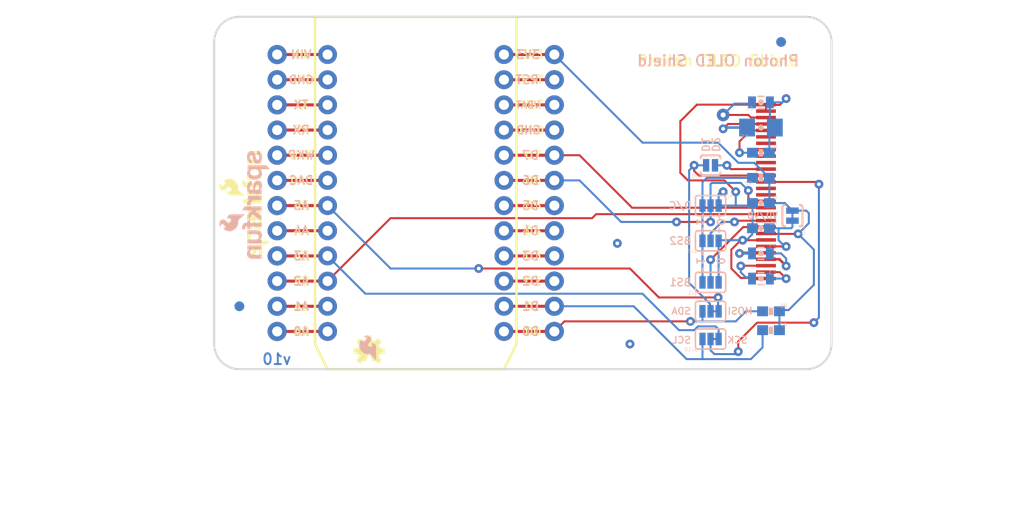
<source format=kicad_pcb>
(kicad_pcb (version 20211014) (generator pcbnew)
  (layers (0 "F.Cu" signal) (31 "B.Cu" signal) (34 "B.Paste" user) (35 "F.Paste" user) (36 "B.SilkS" user "B.Silkscreen") (37 "F.SilkS" user "F.Silkscreen") (38 "B.Mask" user) (39 "F.Mask" user) (44 "Edge.Cuts" user))
  (net 0 "")
  (net 1 "GND")
  (net 2 "BS1")
  (net 3 "BS2")
  (net 4 "VDD")
  (net 5 "VCOMH")
  (net 6 "IREF")
  (net 7 "D7")
  (net 8 "D6")
  (net 9 "D5")
  (net 10 "D4")
  (net 11 "D2")
  (net 12 "D1/MOSI")
  (net 13 "D0/SCK")
  (net 14 "RESET")
  (net 15 "C2P")
  (net 16 "C2N")
  (net 17 "C1P")
  (net 18 "C1N")
  (net 19 "VBAT")
  (net 20 "VCC")
  (net 21 "VDD_PU")
  (net 22 "D1/SCL")
  (net 23 "D0/SDA")
  (net 24 "MOSI")
  (net 25 "MISO")
  (net 26 "SCK")
  (net 27 "SS")
  (net 28 "D2/MISO")
  (net 29 "VBAT_PHOTON")
  (net 30 "D3")
  (footprint "boardEagle:OSHW-LOGO-S" (layer "F.Cu") (at 133.0071 120.9421)
    (fp_text reference "LOGO3" hide)
    (fp_text value "OSHW-LOGOS" hide)
  )
  (footprint "boardEagle:PAD.03X.05" (layer "F.Cu") (at 168.6941 97.1296 90)
    (fp_text reference "TP2" hide)
    (fp_text value "TEST-POINT3X5" hide)
    (pad "P$1" smd roundrect (at 0 0 90) (size 1.27 1.27) (layers "F.Cu" "F.Mask") (roundrect_rratio 0.5) (net 20 "VCC"))
  )
  (footprint "boardEagle:SPARK_PHOTON_TEMPLATE_WIDE" (layer "F.Cu") (at 127.5461 122.7836)
    (fp_text reference "JP3" hide)
    (fp_text value "SPARK_PHOTONTEMPLATE_WIDE" hide)
    (fp_text user "TX" (at -1.397 -26.67) (layer "B.SilkS") (effects (font (size 0.8636 0.8636) (thickness 0.1524)) (justify mirror)))
    (fp_text user "VBAT" (at 21.463 -26.67) (layer "B.SilkS") (effects (font (size 0.69088 0.69088) (thickness 0.12192)) (justify mirror)))
    (fp_text user "RST" (at 21.3995 -29.21) (layer "B.SilkS") (effects (font (size 0.8636 0.8636) (thickness 0.1524)) (justify mirror)))
    (fp_text user "RX" (at -1.397 -24.13) (layer "B.SilkS") (effects (font (size 0.8636 0.8636) (thickness 0.1524)) (justify mirror)))
    (fp_text user "D1" (at 21.717 -6.35) (layer "B.SilkS") (effects (font (size 0.8636 0.8636) (thickness 0.1524)) (justify mirror)))
    (fp_text user "A2" (at -1.397 -8.89) (layer "B.SilkS") (effects (font (size 0.8636 0.8636) (thickness 0.1524)) (justify mirror)))
    (fp_text user "A0" (at -1.397 -3.81) (layer "B.SilkS") (effects (font (size 0.8636 0.8636) (thickness 0.1524)) (justify mirror)))
    (fp_text user "D7" (at 21.717 -21.59) (layer "B.SilkS") (effects (font (size 0.8636 0.8636) (thickness 0.1524)) (justify mirror)))
    (fp_text user "A1" (at -1.397 -6.35) (layer "B.SilkS") (effects (font (size 0.8636 0.8636) (thickness 0.1524)) (justify mirror)))
    (fp_text user "A5" (at -1.397 -16.51) (layer "B.SilkS") (effects (font (size 0.8636 0.8636) (thickness 0.1524)) (justify mirror)))
    (fp_text user "GND" (at -1.397 -29.21) (layer "B.SilkS") (effects (font (size 0.82042 0.82042) (thickness 0.14478)) (justify mirror)))
    (fp_text user "D4" (at 21.717 -13.97) (layer "B.SilkS") (effects (font (size 0.8636 0.8636) (thickness 0.1524)) (justify mirror)))
    (fp_text user "A4" (at -1.397 -13.97) (layer "B.SilkS") (effects (font (size 0.8636 0.8636) (thickness 0.1524)) (justify mirror)))
    (fp_text user "A3" (at -1.397 -11.43) (layer "B.SilkS") (effects (font (size 0.8636 0.8636) (thickness 0.1524)) (justify mirror)))
    (fp_text user "D6" (at 21.717 -19.05) (layer "B.SilkS") (effects (font (size 0.8636 0.8636) (thickness 0.1524)) (justify mirror)))
    (fp_text user "D5" (at 21.717 -16.51) (layer "B.SilkS") (effects (font (size 0.8636 0.8636) (thickness 0.1524)) (justify mirror)))
    (fp_text user "GND" (at 21.5265 -24.13) (layer "B.SilkS") (effects (font (size 0.82042 0.82042) (thickness 0.14478)) (justify mirror)))
    (fp_text user "WKP" (at -1.397 -21.59) (layer "B.SilkS") (effects (font (size 0.8636 0.8636) (thickness 0.1524)) (justify mirror)))
    (fp_text user "D2" (at 21.717 -8.89) (layer "B.SilkS") (effects (font (size 0.8636 0.8636) (thickness 0.1524)) (justify mirror)))
    (fp_text user "DAC" (at -1.397 -19.05) (layer "B.SilkS") (effects (font (size 0.8636 0.8636) (thickness 0.1524)) (justify mirror)))
    (fp_text user "D3" (at 21.717 -11.43) (layer "B.SilkS") (effects (font (size 0.8636 0.8636) (thickness 0.1524)) (justify mirror)))
    (fp_text user "D0" (at 21.717 -3.81) (layer "B.SilkS") (effects (font (size 0.8636 0.8636) (thickness 0.1524)) (justify mirror)))
    (fp_text user "3V3" (at 21.463 -31.75) (layer "B.SilkS") (effects (font (size 0.8636 0.8636) (thickness 0.1524)) (justify mirror)))
    (fp_text user "VIN" (at -1.397 -31.75) (layer "B.SilkS") (effects (font (size 0.8636 0.8636) (thickness 0.1524)) (justify mirror)))
    (fp_text user "3V3" (at 21.844 -31.75) (layer "F.SilkS") (effects (font (size 0.82042 0.82042) (thickness 0.14478))))
    (fp_text user "D0" (at 21.971 -3.81) (layer "F.SilkS") (effects (font (size 0.8636 0.8636) (thickness 0.1524))))
    (fp_text user "GND" (at 21.844 -24.13) (layer "F.SilkS") (effects (font (size 0.82042 0.82042) (thickness 0.14478))))
    (fp_text user "VBT" (at 21.9075 -26.67) (layer "F.SilkS") (effects (font (size 0.82042 0.82042) (thickness 0.14478))))
    (fp_text user "WKP" (at -1.3335 -21.59) (layer "F.SilkS") (effects (font (size 0.82042 0.82042) (thickness 0.14478))))
    (fp_text user "VIN" (at -1.3335 -31.75) (layer "F.SilkS") (effects (font (size 0.82042 0.82042) (thickness 0.14478))))
    (fp_text user "RX" (at -1.3335 -24.13) (layer "F.SilkS") (effects (font (size 0.8636 0.8636) (thickness 0.1524))))
    (fp_text user "A3" (at -1.3335 -11.43) (layer "F.SilkS") (effects (font (size 0.8636 0.8636) (thickness 0.1524))))
    (fp_text user "DAC" (at -1.3335 -19.05) (layer "F.SilkS") (effects (font (size 0.82042 0.82042) (thickness 0.14478))))
    (fp_text user "D5" (at 21.971 -16.51) (layer "F.SilkS") (effects (font (size 0.8636 0.8636) (thickness 0.1524))))
    (fp_text user "RST" (at 21.9075 -29.21) (layer "F.SilkS") (effects (font (size 0.82042 0.82042) (thickness 0.14478))))
    (fp_text user "D2" (at 21.971 -8.89) (layer "F.SilkS") (effects (font (size 0.8636 0.8636) (thickness 0.1524))))
    (fp_text user "A2" (at -1.3335 -8.89) (layer "F.SilkS") (effects (font (size 0.8636 0.8636) (thickness 0.1524))))
    (fp_text user "A1" (at -1.3335 -6.35) (layer "F.SilkS") (effects (font (size 0.8636 0.8636) (thickness 0.1524))))
    (fp_text user "D3" (at 21.971 -11.43) (layer "F.SilkS") (effects (font (size 0.8636 0.8636) (thickness 0.1524))))
    (fp_text user "A5" (at -1.3335 -16.51) (layer "F.SilkS") (effects (font (size 0.8636 0.8636) (thickness 0.1524))))
    (fp_text user "TX" (at -1.3335 -26.67) (layer "F.SilkS") (effects (font (size 0.8636 0.8636) (thickness 0.1524))))
    (fp_text user "D4" (at 21.971 -13.97) (layer "F.SilkS") (effects (font (size 0.8636 0.8636) (thickness 0.1524))))
    (fp_text user "D1" (at 21.971 -6.35) (layer "F.SilkS") (effects (font (size 0.8636 0.8636) (thickness 0.1524))))
    (fp_text user "D6" (at 21.971 -19.05) (layer "F.SilkS") (effects (font (size 0.8636 0.8636) (thickness 0.1524))))
    (fp_text user "A4" (at -1.3335 -13.97) (layer "F.SilkS") (effects (font (size 0.8636 0.8636) (thickness 0.1524))))
    (fp_text user "D7" (at 21.971 -21.59) (layer "F.SilkS") (effects (font (size 0.8636 0.8636) (thickness 0.1524))))
    (fp_text user "A0" (at -1.3335 -3.81) (layer "F.SilkS") (effects (font (size 0.8636 0.8636) (thickness 0.1524))))
    (fp_text user "GND" (at -1.3335 -29.21) (layer "F.SilkS") (effects (font (size 0.82042 0.82042) (thickness 0.14478))))
    (fp_line (start 19.05 -11.43) (end 24.13 -11.43) (layer "F.Cu") (width 0.3048))
    (fp_line (start 19.05 -26.67) (end 24.13 -26.67) (layer "F.Cu") (width 0.3048))
    (fp_line (start 19.05 -6.35) (end 24.13 -6.35) (layer "F.Cu") (width 0.3048))
    (fp_line (start -3.81 -21.59) (end 1.27 -21.59) (layer "F.Cu") (width 0.3048))
    (fp_line (start -3.81 -8.89) (end 1.27 -8.89) (layer "F.Cu") (width 0.3048))
    (fp_line (start -3.81 -11.43) (end 1.27 -11.43) (layer "F.Cu") (width 0.3048))
    (fp_line (start -3.81 -6.35) (end 1.27 -6.35) (layer "F.Cu") (width 0.3048))
    (fp_line (start 19.05 -13.97) (end 24.13 -13.97) (layer "F.Cu") (width 0.3048))
    (fp_line (start 19.05 -16.51) (end 24.13 -16.51) (layer "F.Cu") (width 0.3048))
    (fp_line (start 19.05 -3.81) (end 24.13 -3.81) (layer "F.Cu") (width 0.3048))
    (fp_line (start 1.27 -29.21) (end -3.81 -29.21) (layer "F.Cu") (width 0.3048))
    (fp_line (start -3.81 -24.13) (end 1.27 -24.13) (layer "F.Cu") (width 0.3048))
    (fp_line (start -3.81 -31.75) (end 1.27 -31.75) (layer "F.Cu") (width 0.3048))
    (fp_line (start -3.81 -16.51) (end 1.27 -16.51) (layer "F.Cu") (width 0.3048))
    (fp_line (start 19.05 -31.75) (end 24.13 -31.75) (layer "F.Cu") (width 0.3048))
    (fp_line (start 19.05 -24.13) (end 24.13 -24.13) (layer "F.Cu") (width 0.3048))
    (fp_line (start -3.81 -26.67) (end 1.27 -26.67) (layer "F.Cu") (width 0.3048))
    (fp_line (start -3.81 -13.97) (end 1.27 -13.97) (layer "F.Cu") (width 0.3048))
    (fp_line (start 19.05 -8.89) (end 24.13 -8.89) (layer "F.Cu") (width 0.3048))
    (fp_line (start 19.05 -19.05) (end 24.13 -19.05) (layer "F.Cu") (width 0.3048))
    (fp_line (start 19.05 -29.21) (end 24.13 -29.21) (layer "F.Cu") (width 0.3048))
    (fp_line (start 19.05 -21.59) (end 24.13 -21.59) (layer "F.Cu") (width 0.3048))
    (fp_line (start -3.81 -19.05) (end 1.27 -19.05) (layer "F.Cu") (width 0.3048))
    (fp_line (start -3.81 -3.81) (end 1.27 -3.81) (layer "F.Cu") (width 0.3048))
    (pad "" np_thru_hole circle (at 27.94 -33.02) (size 3.302 3.302) (drill 3.302) (layers *.Cu *.Mask))
    (pad "" np_thru_hole circle (at -7.62 -2.54) (size 3.302 3.302) (drill 3.302) (layers *.Cu *.Mask))
    (pad "" np_thru_hole circle (at 27.94 -2.54) (size 3.302 3.302) (drill 3.302) (layers *.Cu *.Mask))
    (pad "" np_thru_hole circle (at -7.62 -33.02) (size 3.302 3.302) (drill 3.302) (layers *.Cu *.Mask))
    (pad "1" thru_hole circle (at 1.27 -31.75) (size 1.905 1.905) (drill 1.016) (layers *.Cu *.Mask))
    (pad "2" thru_hole circle (at 1.27 -29.21) (size 1.905 1.905) (drill 1.016) (layers *.Cu *.Mask) (net 1 "GND"))
    (pad "3" thru_hole circle (at 1.27 -26.67) (size 1.905 1.905) (drill 1.016) (layers *.Cu *.Mask))
    (pad "3V3" thru_hole circle (at 24.13 -31.75 0.1) (size 1.9304 1.9304) (drill 1.016) (layers *.Cu *.Mask) (net 4 "VDD"))
    (pad "4" thru_hole circle (at 1.27 -24.13) (size 1.905 1.905) (drill 1.016) (layers *.Cu *.Mask))
    (pad "5" thru_hole circle (at 1.27 -21.59) (size 1.905 1.905) (drill 1.016) (layers *.Cu *.Mask))
    (pad "6" thru_hole circle (at 1.27 -19.05) (size 1.905 1.905) (drill 1.016) (layers *.Cu *.Mask))
    (pad "7" thru_hole circle (at 1.27 -16.51) (size 1.905 1.905) (drill 1.016) (layers *.Cu *.Mask) (net 24 "MOSI"))
    (pad "8" thru_hole circle (at 1.27 -13.97) (size 1.905 1.905) (drill 1.016) (layers *.Cu *.Mask) (net 25 "MISO"))
    (pad "9" thru_hole circle (at 1.27 -11.43) (size 1.905 1.905) (drill 1.016) (layers *.Cu *.Mask) (net 26 "SCK"))
    (pad "10" thru_hole circle (at 1.27 -8.89) (size 1.905 1.905) (drill 1.016) (layers *.Cu *.Mask) (net 27 "SS"))
    (pad "11" thru_hole circle (at 1.27 -6.35) (size 1.905 1.905) (drill 1.016) (layers *.Cu *.Mask))
    (pad "12" thru_hole circle (at 1.27 -3.81) (size 1.905 1.905) (drill 1.016) (layers *.Cu *.Mask))
    (pad "13" thru_hole circle (at 19.05 -3.81) (size 1.905 1.905) (drill 1.016) (layers *.Cu *.Mask) (net 23 "D0/SDA"))
    (pad "14" thru_hole circle (at 19.05 -6.35) (size 1.905 1.905) (drill 1.016) (layers *.Cu *.Mask) (net 22 "D1/SCL"))
    (pad "15" thru_hole circle (at 19.05 -8.89) (size 1.905 1.905) (drill 1.016) (layers *.Cu *.Mask) (net 11 "D2"))
    (pad "16" thru_hole circle (at 19.05 -11.43) (size 1.905 1.905) (drill 1.016) (layers *.Cu *.Mask) (net 30 "D3"))
    (pad "17" thru_hole circle (at 19.05 -13.97) (size 1.905 1.905) (drill 1.016) (layers *.Cu *.Mask) (net 10 "D4"))
    (pad "18" thru_hole circle (at 19.05 -16.51) (size 1.905 1.905) (drill 1.016) (layers *.Cu *.Mask) (net 9 "D5"))
    (pad "19" thru_hole circle (at 19.05 -19.05) (size 1.905 1.905) (drill 1.016) (layers *.Cu *.Mask) (net 8 "D6"))
    (pad "20" thru_hole circle (at 19.05 -21.59) (size 1.905 1.905) (drill 1.016) (layers *.Cu *.Mask) (net 7 "D7"))
    (pad "21" thru_hole circle (at 19.05 -24.13) (size 1.905 1.905) (drill 1.016) (layers *.Cu *.Mask) (net 1 "GND"))
    (pad "22" thru_hole circle (at 19.05 -26.67) (size 1.905 1.905) (drill 1.016) (layers *.Cu *.Mask) (net 29 "VBAT_PHOTON"))
    (pad "23" thru_hole circle (at 19.05 -29.21) (size 1.905 1.905) (drill 1.016) (layers *.Cu *.Mask) (net 14 "RESET"))
    (pad "24" thru_hole circle (at 19.05 -31.75) (size 1.905 1.905) (drill 1.016) (layers *.Cu *.Mask) (net 4 "VDD"))
    (pad "A0" thru_hole circle (at -3.81 -3.81 0.1) (size 1.9304 1.9304) (drill 1.016) (layers *.Cu *.Mask))
    (pad "A1" thru_hole circle (at -3.81 -6.35 0.1) (size 1.9304 1.9304) (drill 1.016) (layers *.Cu *.Mask))
    (pad "A2" thru_hole circle (at -3.81 -8.89 0.1) (size 1.9304 1.9304) (drill 1.016) (layers *.Cu *.Mask) (net 27 "SS"))
    (pad "A3" thru_hole circle (at -3.81 -11.43 0.1) (size 1.9304 1.9304) (drill 1.016) (layers *.Cu *.Mask) (net 26 "SCK"))
    (pad "A4" thru_hole circle (at -3.81 -13.97 0.1) (size 1.9304 1.9304) (drill 1.016) (layers *.Cu *.Mask) (net 25 "MISO"))
    (pad "A5" thru_hole circle (at -3.81 -16.51 0.1) (size 1.9304 1.9304) (drill 1.016) (layers *.Cu *.Mask) (net 24 "MOSI"))
    (pad "D0" thru_hole circle (at 24.13 -3.81 0.1) (size 1.9304 1.9304) (drill 1.016) (layers *.Cu *.Mask) (net 23 "D0/SDA"))
    (pad "D1" thru_hole circle (at 24.13 -6.35 0.1) (size 1.9304 1.9304) (drill 1.016) (layers *.Cu *.Mask) (net 22 "D1/SCL"))
    (pad "D2" thru_hole circle (at 24.13 -8.89 0.1) (size 1.9304 1.9304) (drill 1.016) (layers *.Cu *.Mask) (net 11 "D2"))
    (pad "D3" thru_hole circle (at 24.13 -11.43 0.1) (size 1.9304 1.9304) (drill 1.016) (layers *.Cu *.Mask) (net 30 "D3"))
    (pad "D4" thru_hole circle (at 24.13 -13.97 0.1) (size 1.9304 1.9304) (drill 1.016) (layers *.Cu *.Mask) (net 10 "D4"))
    (pad "D5" thru_hole circle (at 24.13 -16.51 0.1) (size 1.9304 1.9304) (drill 1.016) (layers *.Cu *.Mask) (net 9 "D5"))
    (pad "D6" thru_hole circle (at 24.13 -19.05 0.1) (size 1.9304 1.9304) (drill 1.016) (layers *.Cu *.Mask) (net 8 "D6"))
    (pad "D7" thru_hole circle (at 24.13 -21.59 0.1) (size 1.9304 1.9304) (drill 1.016) (layers *.Cu *.Mask) (net 7 "D7"))
    (pad "DAC" thru_hole circle (at -3.81 -19.05 0.1) (size 1.9304 1.9304) (drill 1.016) (layers *.Cu *.Mask))
    (pad "GND@0" thru_hole circle (at -3.81 -29.21 0.1) (size 1.9304 1.9304) (drill 1.016) (layers *.Cu *.Mask) (net 1 "GND"))
    (pad "GND@2" thru_hole circle (at 24.13 -24.13 0.1) (size 1.9304 1.9304) (drill 1.016) (layers *.Cu *.Mask) (net 1 "GND"))
    (pad "RST" thru_hole circle (at 24.13 -29.21 0.1) (size 1.9304 1.9304) (drill 1.016) (layers *.Cu *.Mask) (net 14 "RESET"))
    (pad "RX" thru_hole circle (at -3.81 -24.13 0.1) (size 1.9304 1.9304) (drill 1.016) (layers *.Cu *.Mask))
    (pad "TX" thru_hole circle (at -3.81 -26.67 0.1) (size 1.9304 1.9304) (drill 1.016) (layers *.Cu *.Mask))
    (pad "VBAT" thru_hole circle (at 24.13 -26.67 0.1) (size 1.9304 1.9304) (drill 1.016) (layers *.Cu *.Mask) (net 29 "VBAT_PHOTON"))
    (pad "VIN" thru_hole circle (at -3.81 -31.75 0.1) (size 1.9304 1.9304) (drill 1.016) (layers *.Cu *.Mask))
    (pad "WKP" thru_hole circle (at -3.81 -21.59 0.1) (size 1.9304 1.9304) (drill 1.016) (layers *.Cu *.Mask))
  )
  (footprint "boardEagle:SFE_LOGO_NAME_FLAME_.1" (layer "F.Cu") (at 123.1011 112.1156 90)
    (fp_text reference "LOGO1" hide)
    (fp_text value "SFE_LOGO_NAME_FLAME.1_INCH" hide)
  )
  (footprint "boardEagle:CREATIVE_COMMONS" (layer "F.Cu") (at 116.1161 138.0236)
    (fp_text reference "FRAME1" hide)
    (fp_text value "" hide)
  )
  (footprint "boardEagle:OLED-0.66-64X48" (layer "F.Cu") (at 173.0121 113.6396 90)
    (fp_text reference "OLED1" hide)
    (fp_text value "OLED0.66" hide)
    (pad "" np_thru_hole circle (at 0.4 3.4 90) (size 0.8 0.8) (drill 0.8) (layers *.Cu *.Mask))
    (pad "" np_thru_hole circle (at 17.15 3.4 90) (size 0.8 0.8) (drill 0.8) (layers *.Cu *.Mask))
    (pad "1" smd rect (at 0 0 90) (size 0.35 2) (layers "F.Cu" "F.Paste" "F.Mask") (net 1 "GND"))
    (pad "2" smd rect (at 0.65 0 90) (size 0.35 2) (layers "F.Cu" "F.Paste" "F.Mask") (net 15 "C2P"))
    (pad "3" smd rect (at 1.3 0 90) (size 0.35 2) (layers "F.Cu" "F.Paste" "F.Mask") (net 16 "C2N"))
    (pad "4" smd rect (at 1.95 0 90) (size 0.35 2) (layers "F.Cu" "F.Paste" "F.Mask") (net 17 "C1P"))
    (pad "5" smd rect (at 2.6 0 90) (size 0.35 2) (layers "F.Cu" "F.Paste" "F.Mask") (net 18 "C1N"))
    (pad "6" smd rect (at 3.25 0 90) (size 0.35 2) (layers "F.Cu" "F.Paste" "F.Mask") (net 19 "VBAT"))
    (pad "7" smd rect (at 3.9 0 90) (size 0.35 2) (layers "F.Cu" "F.Paste" "F.Mask") (net 1 "GND"))
    (pad "8" smd rect (at 4.55 0 90) (size 0.35 2) (layers "F.Cu" "F.Paste" "F.Mask") (net 4 "VDD"))
    (pad "9" smd rect (at 5.2 0 90) (size 0.35 2) (layers "F.Cu" "F.Paste" "F.Mask") (net 2 "BS1"))
    (pad "10" smd rect (at 5.85 0 90) (size 0.35 2) (layers "F.Cu" "F.Paste" "F.Mask") (net 3 "BS2"))
    (pad "11" smd rect (at 6.5 0 90) (size 0.35 2) (layers "F.Cu" "F.Paste" "F.Mask") (net 27 "SS"))
    (pad "12" smd rect (at 7.15 0 90) (size 0.35 2) (layers "F.Cu" "F.Paste" "F.Mask") (net 7 "D7"))
    (pad "13" smd rect (at 7.8 0 90) (size 0.35 2) (layers "F.Cu" "F.Paste" "F.Mask") (net 8 "D6"))
    (pad "14" smd rect (at 8.45 0 90) (size 0.35 2) (layers "F.Cu" "F.Paste" "F.Mask"))
    (pad "15" smd rect (at 9.1 0 90) (size 0.35 2) (layers "F.Cu" "F.Paste" "F.Mask"))
    (pad "16" smd rect (at 9.75 0 90) (size 0.35 2) (layers "F.Cu" "F.Paste" "F.Mask") (net 13 "D0/SCK"))
    (pad "17" smd rect (at 10.4 0 90) (size 0.35 2) (layers "F.Cu" "F.Paste" "F.Mask") (net 12 "D1/MOSI"))
    (pad "18" smd rect (at 11.05 0 90) (size 0.35 2) (layers "F.Cu" "F.Paste" "F.Mask") (net 28 "D2/MISO"))
    (pad "19" smd rect (at 11.7 0 90) (size 0.35 2) (layers "F.Cu" "F.Paste" "F.Mask"))
    (pad "20" smd rect (at 12.35 0 90) (size 0.35 2) (layers "F.Cu" "F.Paste" "F.Mask"))
    (pad "21" smd rect (at 13 0 90) (size 0.35 2) (layers "F.Cu" "F.Paste" "F.Mask"))
    (pad "22" smd rect (at 13.65 0 90) (size 0.35 2) (layers "F.Cu" "F.Paste" "F.Mask"))
    (pad "23" smd rect (at 14.3 0 90) (size 0.35 2) (layers "F.Cu" "F.Paste" "F.Mask"))
    (pad "24" smd rect (at 14.95 0 90) (size 0.35 2) (layers "F.Cu" "F.Paste" "F.Mask") (net 6 "IREF"))
    (pad "25" smd rect (at 15.6 0 90) (size 0.35 2) (layers "F.Cu" "F.Paste" "F.Mask") (net 5 "VCOMH"))
    (pad "26" smd rect (at 16.25 0 90) (size 0.35 2) (layers "F.Cu" "F.Paste" "F.Mask") (net 20 "VCC"))
    (pad "27" smd rect (at 16.9 0 90) (size 0.35 2) (layers "F.Cu" "F.Paste" "F.Mask") (net 1 "GND"))
    (pad "28" smd rect (at 17.55 0 90) (size 0.35 2) (layers "F.Cu" "F.Paste" "F.Mask") (net 1 "GND"))
  )
  (footprint "boardEagle:PAD-JUMPER-3-2OF3_NC_BY_TRACE_YES_SILK_FULL_BOX" (layer "B.Cu") (at 167.4241 116.9416)
    (fp_text reference "SJ8" (at -1.27 1.27 180) (layer "B.SilkS") (effects (font (size 0.373888 0.373888) (thickness 0.032512)) (justify left bottom mirror)))
    (fp_text value "")
    (fp_line (start 0 0) (end 0.635 0) (layer "B.Cu") (width 0.2032))
    (pad "1" smd rect (at -0.8128 0) (size 0.635 1.27) (layers "B.Cu" "B.Mask") (net 23 "D0/SDA"))
    (pad "2" smd rect (at 0 0) (size 0.635 1.27) (layers "B.Cu" "B.Mask") (net 12 "D1/MOSI"))
    (pad "3" smd rect (at 0.8128 0) (size 0.635 1.27) (layers "B.Cu" "B.Mask") (net 24 "MOSI"))
  )
  (footprint "boardEagle:0603-RES" (layer "B.Cu") (at 172.5041 100.9396 180)
    (fp_text reference "R1" (at -0.889 0.762) (layer "B.SilkS") (effects (font (size 0.373888 0.373888) (thickness 0.032512)) (justify right top mirror)))
    (fp_text value "390k")
    (pad "1" smd rect (at -0.85 0 180) (size 1.1 1) (layers "B.Cu" "B.Paste" "B.Mask") (net 1 "GND"))
    (pad "2" smd rect (at 0.85 0 180) (size 1.1 1) (layers "B.Cu" "B.Paste" "B.Mask") (net 6 "IREF"))
  )
  (footprint "boardEagle:0805-CAP" (layer "B.Cu") (at 172.5041 113.6396 180)
    (fp_text reference "C3" (at -0.762 0.8255) (layer "B.SilkS") (effects (font (size 0.373888 0.373888) (thickness 0.032512)) (justify right top mirror)))
    (fp_text value "1uF")
    (pad "1" smd rect (at -0.9 0 180) (size 0.8 1.2) (layers "B.Cu" "B.Paste" "B.Mask") (net 15 "C2P"))
    (pad "2" smd rect (at 0.9 0 180) (size 0.8 1.2) (layers "B.Cu" "B.Paste" "B.Mask") (net 16 "C2N"))
  )
  (footprint "boardEagle:PAD-JUMPER-3-2OF3_NC_BY_PASTE_YES_SILK_FULL_BOX" (layer "B.Cu") (at 167.4241 114.0206)
    (fp_text reference "SJ1" (at -1.27 1.27 180) (layer "B.SilkS") (effects (font (size 0.373888 0.373888) (thickness 0.032512)) (justify left bottom mirror)))
    (fp_text value "BS1")
    (pad "1" smd rect (at -0.8128 0) (size 0.635 1.27) (layers "B.Cu" "B.Mask") (net 21 "VDD_PU"))
    (pad "2" smd rect (at 0 0) (size 0.635 1.27) (layers "B.Cu" "B.Mask") (net 2 "BS1"))
    (pad "3" smd rect (at 0.8128 0) (size 0.635 1.27) (layers "B.Cu" "B.Mask") (net 1 "GND"))
  )
  (footprint "boardEagle:SFE_LOGO_NAME_FLAME_.1" (layer "B.Cu") (at 123.1011 100.3046 -90)
    (fp_text reference "LOGO2" hide)
    (fp_text value "SFE_LOGO_NAME_FLAME.1_INCH" hide)
  )
  (footprint "boardEagle:FIDUCIAL-1X2" (layer "B.Cu") (at 174.5361 89.7636 -90)
    (fp_text reference "FID2" hide)
    (fp_text value "FIDUCIAL1X2" hide)
    (pad "1" smd roundrect (at 0 0 270) (size 1 1) (layers "B.Cu" "B.Mask") (roundrect_rratio 0.5))
  )
  (footprint "boardEagle:FIDUCIAL-1X2" (layer "B.Cu") (at 119.9261 116.4336 -90)
    (fp_text reference "FID1" hide)
    (fp_text value "FIDUCIAL1X2" hide)
    (pad "1" smd roundrect (at 0 0 270) (size 1 1) (layers "B.Cu" "B.Mask") (roundrect_rratio 0.5))
  )
  (footprint "boardEagle:0603-RES" (layer "B.Cu") (at 173.5201 118.8466 180)
    (fp_text reference "R7" (at -0.889 0.762) (layer "B.SilkS") (effects (font (size 0.373888 0.373888) (thickness 0.032512)) (justify right top mirror)))
    (fp_text value "10K")
    (pad "1" smd rect (at -0.85 0 180) (size 1.1 1) (layers "B.Cu" "B.Paste" "B.Mask") (net 4 "VDD"))
    (pad "2" smd rect (at 0.85 0 180) (size 1.1 1) (layers "B.Cu" "B.Paste" "B.Mask") (net 22 "D1/SCL"))
  )
  (footprint "boardEagle:0603-RES" (layer "B.Cu") (at 172.5041 103.4796)
    (fp_text reference "R2" (at -0.889 0.762 180) (layer "B.SilkS") (effects (font (size 0.373888 0.373888) (thickness 0.032512)) (justify left bottom mirror)))
    (fp_text value "10k")
    (pad "1" smd rect (at -0.85 0) (size 1.1 1) (layers "B.Cu" "B.Paste" "B.Mask") (net 21 "VDD_PU"))
    (pad "2" smd rect (at 0.85 0) (size 1.1 1) (layers "B.Cu" "B.Paste" "B.Mask") (net 4 "VDD"))
  )
  (footprint "boardEagle:PAD-JUMPER-3-2OF3_NC_BY_TRACE_YES_SILK_FULL_BOX" (layer "B.Cu") (at 167.4241 119.7356)
    (fp_text reference "SJ10" (at -1.27 1.27 180) (layer "B.SilkS") (effects (font (size 0.373888 0.373888) (thickness 0.032512)) (justify left bottom mirror)))
    (fp_text value "")
    (fp_line (start 0 0) (end 0.635 0) (layer "B.Cu") (width 0.2032))
    (pad "1" smd rect (at -0.8128 0) (size 0.635 1.27) (layers "B.Cu" "B.Mask") (net 22 "D1/SCL"))
    (pad "2" smd rect (at 0 0) (size 0.635 1.27) (layers "B.Cu" "B.Mask") (net 13 "D0/SCK"))
    (pad "3" smd rect (at 0.8128 0) (size 0.635 1.27) (layers "B.Cu" "B.Mask") (net 26 "SCK"))
  )
  (footprint "boardEagle:PAD-JUMPER-2-NO_YES_SILK" (layer "B.Cu") (at 167.4241 102.2096)
    (fp_text reference "SJ5" (at -0.908 1.27 180) (layer "B.SilkS") (effects (font (size 0.373888 0.373888) (thickness 0.032512)) (justify left bottom mirror)))
    (fp_text value "")
    (pad "1" smd rect (at -0.45 0) (size 0.635 1.27) (layers "B.Cu" "B.Mask") (net 12 "D1/MOSI"))
    (pad "2" smd rect (at 0.45 0) (size 0.635 1.27) (layers "B.Cu" "B.Mask") (net 28 "D2/MISO"))
  )
  (footprint "boardEagle:PAD-JUMPER-3-NO_YES_SILK" (layer "B.Cu") (at 167.4241 106.2736 180)
    (fp_text reference "SJ4" (at -1.27 1.27) (layer "B.SilkS") (effects (font (size 0.373888 0.373888) (thickness 0.032512)) (justify right top mirror)))
    (fp_text value "")
    (pad "1" smd rect (at -0.8128 0 180) (size 0.635 1.27) (layers "B.Cu" "B.Mask") (net 1 "GND"))
    (pad "2" smd rect (at 0 0 180) (size 0.635 1.27) (layers "B.Cu" "B.Mask") (net 8 "D6"))
    (pad "3" smd rect (at 0.8128 0 180) (size 0.635 1.27) (layers "B.Cu" "B.Mask") (net 21 "VDD_PU"))
  )
  (footprint "boardEagle:PAD-JUMPER-2-NC_BY_TRACE_YES_SILK" (layer "B.Cu") (at 175.6791 107.2896 90)
    (fp_text reference "SJ3" (at -0.9525 1.27 270) (layer "B.SilkS") (effects (font (size 0.373888 0.373888) (thickness 0.032512)) (justify left bottom mirror)))
    (fp_text value "")
    (fp_line (start -0.381 0) (end 0.381 0) (layer "B.Cu") (width 0.2032))
    (pad "1" smd rect (at -0.508 0 90) (size 0.635 1.27) (layers "B.Cu" "B.Mask") (net 19 "VBAT"))
    (pad "2" smd rect (at 0.508 0 90) (size 0.635 1.27) (layers "B.Cu" "B.Mask") (net 4 "VDD"))
  )
  (footprint "boardEagle:0603-CAP" (layer "B.Cu") (at 172.5041 108.5596 180)
    (fp_text reference "C6" (at -0.889 0.762) (layer "B.SilkS") (effects (font (size 0.373888 0.373888) (thickness 0.032512)) (justify right top mirror)))
    (fp_text value "1uF")
    (pad "1" smd rect (at -0.85 0 180) (size 1.1 1) (layers "B.Cu" "B.Paste" "B.Mask") (net 19 "VBAT"))
    (pad "2" smd rect (at 0.85 0 180) (size 1.1 1) (layers "B.Cu" "B.Paste" "B.Mask") (net 1 "GND"))
  )
  (footprint "boardEagle:0805-CAP" (layer "B.Cu") (at 172.5041 95.8596)
    (fp_text reference "C1" (at -0.762 0.8255 180) (layer "B.SilkS") (effects (font (size 0.373888 0.373888) (thickness 0.032512)) (justify left bottom mirror)))
    (fp_text value "2.2uF")
    (pad "1" smd rect (at -0.9 0) (size 0.8 1.2) (layers "B.Cu" "B.Paste" "B.Mask") (net 20 "VCC"))
    (pad "2" smd rect (at 0.9 0) (size 0.8 1.2) (layers "B.Cu" "B.Paste" "B.Mask") (net 1 "GND"))
  )
  (footprint "boardEagle:0603-RES" (layer "B.Cu") (at 173.5201 116.9416 180)
    (fp_text reference "R5" (at -0.889 0.762) (layer "B.SilkS") (effects (font (size 0.373888 0.373888) (thickness 0.032512)) (justify right top mirror)))
    (fp_text value "10K")
    (pad "1" smd rect (at -0.85 0 180) (size 1.1 1) (layers "B.Cu" "B.Paste" "B.Mask") (net 4 "VDD"))
    (pad "2" smd rect (at 0.85 0 180) (size 1.1 1) (layers "B.Cu" "B.Paste" "B.Mask") (net 23 "D0/SDA"))
  )
  (footprint "boardEagle:1206-CAP" (layer "B.Cu") (at 172.5041 98.3996)
    (fp_text reference "C5" (at -1.27 1.143 180) (layer "B.SilkS") (effects (font (size 0.373888 0.373888) (thickness 0.032512)) (justify left bottom mirror)))
    (fp_text value "4.7uF")
    (pad "1" smd rect (at -1.4 0) (size 1.6 1.8) (layers "B.Cu" "B.Paste" "B.Mask") (net 5 "VCOMH"))
    (pad "2" smd rect (at 1.4 0) (size 1.6 1.8) (layers "B.Cu" "B.Paste" "B.Mask") (net 1 "GND"))
  )
  (footprint "boardEagle:PAD.03X.05" (layer "B.Cu") (at 168.6941 97.1296 -90)
    (fp_text reference "TP1" hide)
    (fp_text value "TEST-POINT3X5" hide)
    (pad "P$1" smd roundrect (at 0 0 270) (size 1.27 1.27) (layers "B.Cu" "B.Mask") (roundrect_rratio 0.5) (net 20 "VCC"))
  )
  (footprint "boardEagle:0805-CAP" (layer "B.Cu") (at 172.5041 111.0996 180)
    (fp_text reference "C2" (at -0.762 0.8255) (layer "B.SilkS") (effects (font (size 0.373888 0.373888) (thickness 0.032512)) (justify right top mirror)))
    (fp_text value "1uF")
    (pad "1" smd rect (at -0.9 0 180) (size 0.8 1.2) (layers "B.Cu" "B.Paste" "B.Mask") (net 17 "C1P"))
    (pad "2" smd rect (at 0.9 0 180) (size 0.8 1.2) (layers "B.Cu" "B.Paste" "B.Mask") (net 18 "C1N"))
  )
  (footprint "boardEagle:PAD-JUMPER-3-2OF3_NC_BY_PASTE_YES_SILK_FULL_BOX" (layer "B.Cu") (at 167.4241 109.8296)
    (fp_text reference "SJ2" (at -1.27 1.27 180) (layer "B.SilkS") (effects (font (size 0.373888 0.373888) (thickness 0.032512)) (justify left bottom mirror)))
    (fp_text value "BS2")
    (pad "1" smd rect (at -0.8128 0) (size 0.635 1.27) (layers "B.Cu" "B.Mask") (net 21 "VDD_PU"))
    (pad "2" smd rect (at 0 0) (size 0.635 1.27) (layers "B.Cu" "B.Mask") (net 3 "BS2"))
    (pad "3" smd rect (at 0.8128 0) (size 0.635 1.27) (layers "B.Cu" "B.Mask") (net 1 "GND"))
  )
  (footprint "boardEagle:0603-CAP" (layer "B.Cu") (at 172.5041 106.0196 180)
    (fp_text reference "C4" (at -0.889 0.762) (layer "B.SilkS") (effects (font (size 0.373888 0.373888) (thickness 0.032512)) (justify right top mirror)))
    (fp_text value "1uF")
    (pad "1" smd rect (at -0.85 0 180) (size 1.1 1) (layers "B.Cu" "B.Paste" "B.Mask") (net 4 "VDD"))
    (pad "2" smd rect (at 0.85 0 180) (size 1.1 1) (layers "B.Cu" "B.Paste" "B.Mask") (net 1 "GND"))
  )
  (footprint "boardEagle:SFE_LOGO_FLAME_.1" (layer "B.Cu") (at 134.0231 122.2756 180)
    (fp_text reference "U$1" hide)
    (fp_text value "" hide)
  )
  (gr_line (start 168.3131 110.8456) (end 168.3131 111.2266) (layer "B.SilkS") (width 0.1778))
  (gr_line (start 168.3131 108.9406) (end 168.3131 108.5596) (layer "B.SilkS") (width 0.1778))
  (gr_line (start 166.6621 108.9406) (end 166.6621 108.5596) (layer "B.SilkS") (width 0.1778))
  (gr_line (start 168.3131 107.1626) (end 168.3131 107.5436) (layer "B.SilkS") (width 0.1778))
  (gr_line (start 168.3131 113.0046) (end 168.3131 112.6236) (layer "B.SilkS") (width 0.1778))
  (gr_line (start 166.6621 113.0046) (end 166.6621 112.6236) (layer "B.SilkS") (width 0.1778))
  (gr_line (start 166.6621 110.8456) (end 166.6621 111.2266) (layer "B.SilkS") (width 0.1778))
  (gr_line (start 166.6621 107.1626) (end 166.6621 107.5436) (layer "B.SilkS") (width 0.1778))
  (gr_line (start 119.9261 87.2236) (end 177.0761 87.2236) (layer "Edge.Cuts") (width 0.2032))
  (gr_arc (start 119.9261 122.7836) (mid 118.130049 122.039651) (end 117.3861 120.2436) (layer "Edge.Cuts") (width 0.2032))
  (gr_arc (start 177.0761 87.2236) (mid 178.872151 87.967549) (end 179.6161 89.7636) (layer "Edge.Cuts") (width 0.2032))
  (gr_line (start 117.3861 120.2436) (end 117.3861 89.7636) (layer "Edge.Cuts") (width 0.2032))
  (gr_arc (start 179.6161 120.2436) (mid 178.872151 122.039651) (end 177.0761 122.7836) (layer "Edge.Cuts") (width 0.2032))
  (gr_arc (start 117.3861 89.7636) (mid 118.130049 87.967549) (end 119.9261 87.2236) (layer "Edge.Cuts") (width 0.2032))
  (gr_line (start 179.6161 120.2436) (end 179.6161 89.7636) (layer "Edge.Cuts") (width 0.2032))
  (gr_line (start 177.0761 122.7836) (end 119.9261 122.7836) (layer "Edge.Cuts") (width 0.2032))
  (gr_text "v10" (at 125.2601 122.4026) (layer "B.Cu") (effects (font (size 1.0795 1.0795) (thickness 0.1905)) (justify left bottom mirror)))
  (gr_text "1" (at 166.4081 111.8616 -90) (layer "B.SilkS") (effects (font (size 0.75565 0.75565) (thickness 0.13335)) (justify mirror)))
  (gr_text "Photon OLED Shield" (at 168.1861 91.0336) (layer "B.SilkS") (effects (font (size 1.0795 1.0795) (thickness 0.1905)) (justify top mirror)))
  (gr_text "SCK" (at 171.2341 120.2436) (layer "B.SilkS") (effects (font (size 0.69088 0.69088) (thickness 0.12192)) (justify left bottom mirror)))
  (gr_text "D2" (at 167.9321 100.9396 -90) (layer "B.SilkS") (effects (font (size 0.75565 0.75565) (thickness 0.13335)) (justify left mirror)))
  (gr_text "VD/VB" (at 174.2821 107.2896) (layer "B.SilkS") (effects (font (size 0.6477 0.6477) (thickness 0.1143)) (justify left mirror)))
  (gr_text "1" (at 166.4081 107.9246 -90) (layer "B.SilkS") (effects (font (size 0.75565 0.75565) (thickness 0.13335)) (justify mirror)))
  (gr_text "MOSI" (at 171.7421 117.3226) (layer "B.SilkS") (effects (font (size 0.69088 0.69088) (thickness 0.12192)) (justify left bottom mirror)))
  (gr_text "SCL" (at 165.5191 120.2436) (layer "B.SilkS") (effects (font (size 0.69088 0.69088) (thickness 0.12192)) (justify left bottom mirror)))
  (gr_text "0" (at 168.4401 107.9246 -90) (layer "B.SilkS") (effects (font (size 0.75565 0.75565) (thickness 0.13335)) (justify mirror)))
  (gr_text "SDA" (at 165.5191 117.3226) (layer "B.SilkS") (effects (font (size 0.69088 0.69088) (thickness 0.12192)) (justify left bottom mirror)))
  (gr_text "D/C" (at 164.3761 106.2736) (layer "B.SilkS") (effects (font (size 0.75565 0.75565) (thickness 0.13335)) (justify mirror)))
  (gr_text "D1" (at 166.9161 100.9396 -90) (layer "B.SilkS") (effects (font (size 0.75565 0.75565) (thickness 0.13335)) (justify left mirror)))
  (gr_text "0" (at 168.4401 111.8616 -90) (layer "B.SilkS") (effects (font (size 0.75565 0.75565) (thickness 0.13335)) (justify mirror)))
  (gr_text "BS1" (at 164.3761 114.0206) (layer "B.SilkS") (effects (font (size 0.75565 0.75565) (thickness 0.13335)) (justify mirror)))
  (gr_text "BS2" (at 164.3761 109.8296) (layer "B.SilkS") (effects (font (size 0.75565 0.75565) (thickness 0.13335)) (justify mirror)))
  (gr_text "Photon OLED Shield" (at 168.1861 91.0336) (layer "F.SilkS") (effects (font (size 1.0795 1.0795) (thickness 0.1905)) (justify top)))
  (segment (start 169.5196 112.6236) (end 170.4721 113.5761) (width 0.2032) (layer "F.Cu") (net 1))
  (segment (start 164.3761 97.7646) (end 166.0511 96.0896) (width 0.2032) (layer "F.Cu") (net 1))
  (segment (start 169.5196 110.7186) (end 169.5196 112.6236) (width 0.2032) (layer "F.Cu") (net 1))
  (segment (start 173.0121 96.0896) (end 173.0361 96.1136) (width 0.2032) (layer "F.Cu") (net 1))
  (segment (start 164.3761 102.9716) (end 164.3761 97.7646) (width 0.2032) (layer "F.Cu") (net 1))
  (segment (start 173.0121 109.7396) (end 172.9856 109.7661) (width 0.2032) (layer "F.Cu") (net 1))
  (segment (start 172.9486 113.5761) (end 173.0121 113.6396) (width 0.1778) (layer "F.Cu") (net 1))
  (segment (start 174.4091 96.1136) (end 175.0441 95.4786) (width 0.2032) (layer "F.Cu") (net 1))
  (segment (start 172.9856 109.7661) (end 170.6626 109.7661) (width 0.2032) (layer "F.Cu") (net 1))
  (segment (start 168.8211 103.7336) (end 165.1381 103.7336) (width 0.2032) (layer "F.Cu") (net 1))
  (segment (start 166.0511 96.0896) (end 173.0121 96.0896) (width 0.2032) (layer "F.Cu") (net 1))
  (segment (start 173.0121 96.7396) (end 173.0121 96.0896) (width 0.2032) (layer "F.Cu") (net 1))
  (segment (start 170.4721 113.5761) (end 172.9486 113.5761) (width 0.2032) (layer "F.Cu") (net 1))
  (segment (start 169.9641 104.8766) (end 168.8211 103.7336) (width 0.2032) (layer "F.Cu") (net 1))
  (segment (start 165.1381 103.7336) (end 164.3761 102.9716) (width 0.2032) (layer "F.Cu") (net 1))
  (segment (start 173.0361 96.1136) (end 174.4091 96.1136) (width 0.2032) (layer "F.Cu") (net 1))
  (segment (start 170.4721 109.7661) (end 170.6626 109.7661) (width 0.2032) (layer "F.Cu") (net 1))
  (segment (start 169.5196 110.7186) (end 170.4721 109.7661) (width 0.2032) (layer "F.Cu") (net 1))
  (via (at 175.0441 95.4786) (size 0.889) (drill 0.381) (layers "F.Cu" "B.Cu") (net 1))
  (via (at 168.6941 104.8766) (size 0.889) (drill 0.381) (layers "F.Cu" "B.Cu") (net 1))
  (via (at 169.9641 104.8766) (size 0.889) (drill 0.381) (layers "F.Cu" "B.Cu") (net 1))
  (via (at 170.6626 109.7661) (size 0.889) (drill 0.381) (layers "F.Cu" "B.Cu") (net 1))
  (via (at 158.0261 110.0836) (size 0.889) (drill 0.381) (layers "F.Cu" "B.Cu") (net 1))
  (via (at 159.2961 120.2436) (size 0.889) (drill 0.381) (layers "F.Cu" "B.Cu") (net 1))
  (segment (start 168.2369 105.0798) (end 168.4401 104.8766) (width 0.2032) (layer "B.Cu") (net 1))
  (segment (start 174.6631 95.8596) (end 173.4041 95.8596) (width 0.2032) (layer "B.Cu") (net 1))
  (segment (start 171.6541 106.0196) (end 171.6541 108.5596) (width 0.2032) (layer "B.Cu") (net 1))
  (segment (start 171.0436 109.7661) (end 170.6626 109.7661) (width 0.2032) (layer "B.Cu") (net 1))
  (segment (start 169.9641 106.2736) (end 168.2369 106.2736) (width 0.2032) (layer "B.Cu") (net 1))
  (segment (start 174.5391 97.7646) (end 173.9041 98.3996) (width 0.2032) (layer "B.Cu") (net 1))
  (segment (start 173.9041 98.3996) (end 173.4041 97.8996) (width 0.2032) (layer "B.Cu") (net 1))
  (segment (start 173.4041 97.8996) (end 173.4041 95.8596) (width 0.2032) (layer "B.Cu") (net 1))
  (segment (start 173.3541 100.9396) (end 173.3541 98.9496) (width 0.2032) (layer "B.Cu") (net 1))
  (segment (start 169.9641 104.8376) (end 169.9641 104.8766) (width 0.2032) (layer "B.Cu") (net 1))
  (segment (start 168.4401 104.8766) (end 168.6941 104.8766) (width 0.2032) (layer "B.Cu") (net 1))
  (segment (start 173.3541 98.9496) (end 173.9041 98.3996) (width 0.2032) (layer "B.Cu") (net 1))
  (segment (start 169.9641 104.8766) (end 169.9641 106.2736) (width 0.2032) (layer "B.Cu") (net 1))
  (segment (start 171.6541 108.5596) (end 171.6151 108.5986) (width 0.2032) (layer "B.Cu") (net 1))
  (segment (start 171.6151 109.1946) (end 171.0436 109.7661) (width 0.2032) (layer "B.Cu") (net 1))
  (segment (start 168.2369 114.0206) (end 168.2369 109.8296) (width 0.2032) (layer "B.Cu") (net 1))
  (segment (start 168.3004 109.7661) (end 170.6626 109.7661) (width 0.2032) (layer "B.Cu") (net 1))
  (segment (start 171.6151 108.5986) (end 171.6151 109.1946) (width 0.2032) (layer "B.Cu") (net 1))
  (segment (start 175.0441 95.4786) (end 174.6631 95.8596) (width 0.2032) (layer "B.Cu") (net 1))
  (segment (start 168.2369 106.2736) (end 168.2369 105.0798) (width 0.2032) (layer "B.Cu") (net 1))
  (segment (start 168.2369 109.8296) (end 168.3004 109.7661) (width 0.2032) (layer "B.Cu") (net 1))
  (segment (start 171.4001 106.2736) (end 171.6541 106.0196) (width 0.2032) (layer "B.Cu") (net 1))
  (segment (start 169.9641 106.2736) (end 171.4001 106.2736) (width 0.2032) (layer "B.Cu") (net 1))
  (segment (start 173.0121 108.4396) (end 170.7191 108.4396) (width 0.2032) (layer "F.Cu") (net 2))
  (segment (start 167.4241 111.7346) (end 170.7191 108.4396) (width 0.2032) (layer "F.Cu") (net 2))
  (via (at 167.4241 111.7346) (size 0.889) (drill 0.381) (layers "F.Cu" "B.Cu") (net 2))
  (segment (start 167.4241 114.0206) (end 167.4241 111.7346) (width 0.2032) (layer "B.Cu") (net 2))
  (segment (start 169.9641 107.7976) (end 169.8371 107.9246) (width 0.2032) (layer "F.Cu") (net 3))
  (segment (start 173.0041 107.7976) (end 169.9641 107.7976) (width 0.2032) (layer "F.Cu") (net 3))
  (segment (start 173.0041 107.7976) (end 173.0121 107.7896) (width 0.2032) (layer "F.Cu") (net 3))
  (via (at 169.8371 107.9246) (size 0.889) (drill 0.381) (layers "F.Cu" "B.Cu") (net 3))
  (segment (start 169.8371 107.9246) (end 168.5671 107.9246) (width 0.2032) (layer "B.Cu") (net 3))
  (segment (start 168.5671 107.9246) (end 167.4241 109.0676) (width 0.2032) (layer "B.Cu") (net 3))
  (segment (start 167.4241 109.0676) (end 167.4241 109.8296) (width 0.2032) (layer "B.Cu") (net 3))
  (segment (start 173.0536 109.1311) (end 173.0121 109.0896) (width 0.2032) (layer "F.Cu") (net 4))
  (segment (start 173.0536 109.1311) (end 176.2506 109.1311) (width 0.2032) (layer "F.Cu") (net 4))
  (via (at 176.2506 109.1311) (size 0.889) (drill 0.381) (layers "F.Cu" "B.Cu") (net 4))
  (segment (start 174.9171 106.0196) (end 173.3541 106.0196) (width 0.2032) (layer "B.Cu") (net 4))
  (segment (start 168.1861 99.9236) (end 160.5661 99.9236) (width 0.2032) (layer "B.Cu") (net 4))
  (segment (start 177.8381 114.2746) (end 177.8381 110.7186) (width 0.2032) (layer "B.Cu") (net 4))
  (segment (start 175.6791 106.7816) (end 174.9171 106.0196) (width 0.2032) (layer "B.Cu") (net 4))
  (segment (start 170.2181 101.9556) (end 168.1861 99.9236) (width 0.2032) (layer "B.Cu") (net 4))
  (segment (start 174.3701 116.9416) (end 174.4971 116.8146) (width 0.2032) (layer "B.Cu") (net 4))
  (segment (start 177.3301 107.0356) (end 177.0761 106.7816) (width 0.2032) (layer "B.Cu") (net 4))
  (segment (start 177.0761 106.7816) (end 175.6791 106.7816) (width 0.2032) (layer "B.Cu") (net 4))
  (segment (start 174.3701 116.9416) (end 174.3701 118.8466) (width 0.2032) (layer "B.Cu") (net 4))
  (segment (start 177.8381 110.7186) (end 176.2506 109.1311) (width 0.2032) (layer "B.Cu") (net 4))
  (segment (start 177.3301 108.0516) (end 177.3301 107.0356) (width 0.2032) (layer "B.Cu") (net 4))
  (segment (start 174.4971 116.8146) (end 175.2981 116.8146) (width 0.2032) (layer "B.Cu") (net 4))
  (segment (start 171.8301 101.9556) (end 170.2181 101.9556) (width 0.2032) (layer "B.Cu") (net 4))
  (segment (start 173.3541 103.4796) (end 171.8301 101.9556) (width 0.2032) (layer "B.Cu") (net 4))
  (segment (start 160.5661 99.9236) (end 151.6761 91.0336) (width 0.2032) (layer "B.Cu") (net 4))
  (segment (start 177.3301 108.0516) (end 176.2506 109.1311) (width 0.2032) (layer "B.Cu") (net 4))
  (segment (start 173.3541 106.0196) (end 173.3541 103.4796) (width 0.2032) (layer "B.Cu") (net 4))
  (segment (start 175.2981 116.8146) (end 177.8381 114.2746) (width 0.2032) (layer "B.Cu") (net 4))
  (segment (start 173.0121 98.0396) (end 169.1811 98.0396) (width 0.2032) (layer "F.Cu") (net 5))
  (segment (start 169.1811 98.0396) (end 168.6941 98.5266) (width 0.2032) (layer "F.Cu") (net 5))
  (via (at 168.6941 98.5266) (size 0.889) (drill 0.381) (layers "F.Cu" "B.Cu") (net 5))
  (segment (start 171.1041 98.3996) (end 168.8211 98.3996) (width 0.254) (layer "B.Cu") (net 5))
  (segment (start 168.8211 98.3996) (end 168.6941 98.5266) (width 0.254) (layer "B.Cu") (net 5))
  (segment (start 173.0121 98.6896) (end 171.4521 98.6896) (width 0.2032) (layer "F.Cu") (net 6))
  (segment (start 171.4521 98.6896) (end 170.3451 99.7966) (width 0.2032) (layer "F.Cu") (net 6))
  (segment (start 170.3451 99.7966) (end 170.3451 100.9396) (width 0.2032) (layer "F.Cu") (net 6))
  (via (at 170.3451 100.9396) (size 0.889) (drill 0.381) (layers "F.Cu" "B.Cu") (net 6))
  (segment (start 171.6541 100.9396) (end 170.3451 100.9396) (width 0.2032) (layer "B.Cu") (net 6))
  (segment (start 159.5121 106.4896) (end 154.2161 101.1936) (width 0.2032) (layer "F.Cu") (net 7))
  (segment (start 154.2161 101.1936) (end 151.6761 101.1936) (width 0.2032) (layer "F.Cu") (net 7))
  (segment (start 173.0121 106.4896) (end 159.5121 106.4896) (width 0.2032) (layer "F.Cu") (net 7))
  (segment (start 171.2341 104.7496) (end 171.2341 105.5116) (width 0.2032) (layer "F.Cu") (net 8))
  (segment (start 171.2341 105.5116) (end 171.6151 105.8926) (width 0.2032) (layer "F.Cu") (net 8))
  (segment (start 172.9591 105.8926) (end 173.0121 105.8396) (width 0.2032) (layer "F.Cu") (net 8))
  (segment (start 167.4241 107.9246) (end 163.9951 107.9246) (width 0.2032) (layer "F.Cu") (net 8))
  (segment (start 171.6151 105.8926) (end 172.9591 105.8926) (width 0.2032) (layer "F.Cu") (net 8))
  (via (at 167.4241 107.9246) (size 0.889) (drill 0.381) (layers "F.Cu" "B.Cu") (net 8))
  (via (at 163.9951 107.9246) (size 0.889) (drill 0.381) (layers "F.Cu" "B.Cu") (net 8))
  (via (at 171.2341 104.7496) (size 0.889) (drill 0.381) (layers "F.Cu" "B.Cu") (net 8))
  (segment (start 170.4721 103.9876) (end 167.5511 103.9876) (width 0.2032) (layer "B.Cu") (net 8))
  (segment (start 167.5511 103.9876) (end 167.4241 104.1146) (width 0.2032) (layer "B.Cu") (net 8))
  (segment (start 167.4241 106.2736) (end 167.4241 107.9246) (width 0.2032) (layer "B.Cu") (net 8))
  (segment (start 154.2161 103.7336) (end 158.4071 107.9246) (width 0.2032) (layer "B.Cu") (net 8))
  (segment (start 171.2341 104.7496) (end 170.4721 103.9876) (width 0.2032) (layer "B.Cu") (net 8))
  (segment (start 158.4071 107.9246) (end 163.9951 107.9246) (width 0.2032) (layer "B.Cu") (net 8))
  (segment (start 167.4241 104.1146) (end 167.4241 106.2736) (width 0.2032) (layer "B.Cu") (net 8))
  (segment (start 154.2161 103.7336) (end 151.6761 103.7336) (width 0.2032) (layer "B.Cu") (net 8))
  (segment (start 166.2316 103.2396) (end 165.7731 102.7811) (width 0.2032) (layer "F.Cu") (net 12))
  (segment (start 165.7731 102.7811) (end 165.7731 102.2096) (width 0.2032) (layer "F.Cu") (net 12))
  (segment (start 173.0121 103.2396) (end 166.2316 103.2396) (width 0.2032) (layer "F.Cu") (net 12))
  (via (at 165.7731 102.2096) (size 0.889) (drill 0.381) (layers "F.Cu" "B.Cu") (net 12))
  (segment (start 166.9741 102.2096) (end 165.7731 102.2096) (width 0.2032) (layer "B.Cu") (net 12))
  (segment (start 165.2651 114.0841) (end 165.2651 102.7176) (width 0.2032) (layer "B.Cu") (net 12))
  (segment (start 165.2651 114.0841) (end 167.3606 116.1796) (width 0.2032) (layer "B.Cu") (net 12))
  (segment (start 167.3606 116.9416) (end 167.4241 116.9416) (width 0.1778) (layer "B.Cu") (net 12))
  (segment (start 167.3606 116.1796) (end 167.3606 116.9416) (width 0.2032) (layer "B.Cu") (net 12))
  (segment (start 165.2651 102.7176) (end 165.7731 102.2096) (width 0.2032) (layer "B.Cu") (net 12))
  (segment (start 178.1211 103.8896) (end 178.3461 104.1146) (width 0.2032) (layer "F.Cu") (net 13))
  (segment (start 177.8381 118.0846) (end 172.1231 118.0846) (width 0.2032) (layer "F.Cu") (net 13))
  (segment (start 170.2181 119.9896) (end 172.1231 118.0846) (width 0.2032) (layer "F.Cu") (net 13))
  (segment (start 173.0121 103.8896) (end 178.1211 103.8896) (width 0.2032) (layer "F.Cu") (net 13))
  (segment (start 170.2181 121.0056) (end 170.2181 119.9896) (width 0.2032) (layer "F.Cu") (net 13))
  (via (at 177.8381 118.0846) (size 0.889) (drill 0.381) (layers "F.Cu" "B.Cu") (net 13))
  (via (at 170.2181 121.0056) (size 0.889) (drill 0.381) (layers "F.Cu" "B.Cu") (net 13))
  (via (at 178.3461 104.1146) (size 0.889) (drill 0.381) (layers "F.Cu" "B.Cu") (net 13))
  (segment (start 167.8051 121.2596) (end 167.4241 120.8786) (width 0.2032) (layer "B.Cu") (net 13))
  (segment (start 167.4241 120.8786) (end 167.4241 119.7356) (width 0.2032) (layer "B.Cu") (net 13))
  (segment (start 177.8381 118.0846) (end 178.3461 117.5766) (width 0.2032) (layer "B.Cu") (net 13))
  (segment (start 178.3461 117.5766) (end 178.3461 104.1146) (width 0.2032) (layer "B.Cu") (net 13))
  (segment (start 167.8051 121.2596) (end 169.9641 121.2596) (width 0.2032) (layer "B.Cu") (net 13))
  (segment (start 169.9641 121.2596) (end 170.2181 121.0056) (width 0.2032) (layer "B.Cu") (net 13))
  (segment (start 174.3941 112.9896) (end 173.0121 112.9896) (width 0.2032) (layer "F.Cu") (net 15))
  (segment (start 175.0441 113.6396) (end 174.3941 112.9896) (width 0.2032) (layer "F.Cu") (net 15))
  (via (at 175.0441 113.6396) (size 0.889) (drill 0.381) (layers "F.Cu" "B.Cu") (net 15))
  (segment (start 173.4041 113.6396) (end 175.0441 113.6396) (width 0.2032) (layer "B.Cu") (net 15))
  (segment (start 173.0121 112.3396) (end 170.5021 112.3396) (width 0.2032) (layer "F.Cu") (net 16))
  (segment (start 170.5021 112.3396) (end 170.4721 112.3696) (width 0.254) (layer "F.Cu") (net 16))
  (via (at 170.4721 112.3696) (size 0.889) (drill 0.381) (layers "F.Cu" "B.Cu") (net 16))
  (segment (start 171.6041 113.6396) (end 171.6041 113.5016) (width 0.254) (layer "B.Cu") (net 16))
  (segment (start 171.6041 113.5016) (end 170.9691 113.5016) (width 0.2032) (layer "B.Cu") (net 16))
  (segment (start 170.4721 113.0046) (end 170.4721 112.3696) (width 0.2032) (layer "B.Cu") (net 16))
  (segment (start 170.9691 113.5016) (end 170.4721 113.0046) (width 0.2032) (layer "B.Cu") (net 16))
  (segment (start 173.0121 111.6896) (end 174.3641 111.6896) (width 0.254) (layer "F.Cu") (net 17))
  (segment (start 174.3641 111.6896) (end 175.0441 112.3696) (width 0.254) (layer "F.Cu") (net 17))
  (via (at 175.0441 112.3696) (size 0.889) (drill 0.381) (layers "F.Cu" "B.Cu") (net 17))
  (segment (start 173.4041 111.0996) (end 174.5361 111.0996) (width 0.2032) (layer "B.Cu") (net 17))
  (segment (start 175.0441 111.6076) (end 175.0441 112.3696) (width 0.2032) (layer "B.Cu") (net 17))
  (segment (start 174.5361 111.0996) (end 175.0441 111.6076) (width 0.2032) (layer "B.Cu") (net 17))
  (segment (start 170.4721 111.0996) (end 170.4721 111.0396) (width 0.1778) (layer "F.Cu") (net 18))
  (segment (start 170.4721 111.0996) (end 170.3451 111.0996) (width 0.1778) (layer "F.Cu") (net 18))
  (segment (start 173.0121 111.0396) (end 170.4721 111.0396) (width 0.254) (layer "F.Cu") (net 18))
  (segment (start 170.4721 111.0396) (end 170.4051 111.0396) (width 0.254) (layer "F.Cu") (net 18))
  (via (at 170.3451 111.0996) (size 0.889) (drill 0.381) (layers "F.Cu" "B.Cu") (net 18))
  (segment (start 171.6041 111.0996) (end 170.3451 111.0996) (width 0.254) (layer "B.Cu") (net 18))
  (segment (start 174.5361 110.4011) (end 175.0441 110.4011) (width 0.2032) (layer "F.Cu") (net 19))
  (segment (start 174.5246 110.3896) (end 174.5361 110.4011) (width 0.2032) (layer "F.Cu") (net 19))
  (segment (start 173.0121 110.3896) (end 174.5246 110.3896) (width 0.2032) (layer "F.Cu") (net 19))
  (via (at 175.0441 110.4011) (size 0.889) (drill 0.381) (layers "F.Cu" "B.Cu") (net 19))
  (segment (start 173.2661 108.5596) (end 173.3541 108.5596) (width 0.1778) (layer "B.Cu") (net 19))
  (segment (start 174.2821 108.5596) (end 175.5521 108.5596) (width 0.2032) (layer "B.Cu") (net 19))
  (segment (start 174.2821 109.7661) (end 174.9171 110.4011) (width 0.2032) (layer "B.Cu") (net 19))
  (segment (start 175.5521 108.5596) (end 175.6791 108.4326) (width 0.2032) (layer "B.Cu") (net 19))
  (segment (start 174.2821 108.5596) (end 173.3541 108.5596) (width 0.2032) (layer "B.Cu") (net 19))
  (segment (start 175.6791 108.4326) (end 175.6791 107.7976) (width 0.2032) (layer "B.Cu") (net 19))
  (segment (start 174.9171 110.4011) (end 175.0441 110.4011) (width 0.2032) (layer "B.Cu") (net 19))
  (segment (start 174.2821 108.5596) (end 174.2821 109.7661) (width 0.2032) (layer "B.Cu") (net 19))
  (segment (start 171.2341 97.1296) (end 168.6941 97.1296) (width 0.2032) (layer "F.Cu") (net 20))
  (segment (start 171.4941 97.3896) (end 171.2341 97.1296) (width 0.2032) (layer "F.Cu") (net 20))
  (segment (start 173.0121 97.3896) (end 171.4941 97.3896) (width 0.2032) (layer "F.Cu") (net 20))
  (via (at 168.6941 97.1296) (size 1.016) (drill 0.508) (layers "F.Cu" "B.Cu") (net 20))
  (segment (start 171.6041 95.8596) (end 171.4771 95.9866) (width 0.2032) (layer "B.Cu") (net 20))
  (segment (start 171.4771 95.9866) (end 169.8371 95.9866) (width 0.2032) (layer "B.Cu") (net 20))
  (segment (start 169.8371 95.9866) (end 168.6941 97.1296) (width 0.2032) (layer "B.Cu") (net 20))
  (segment (start 166.6113 109.8296) (end 166.6113 114.0206) (width 0.2032) (layer "B.Cu") (net 21))
  (segment (start 167.0431 103.4796) (end 171.6541 103.4796) (width 0.2032) (layer "B.Cu") (net 21))
  (segment (start 166.6113 106.2736) (end 166.6113 109.8296) (width 0.2032) (layer "B.Cu") (net 21))
  (segment (start 166.6113 106.2736) (end 166.6113 103.9114) (width 0.2032) (layer "B.Cu") (net 21))
  (segment (start 166.6113 103.9114) (end 167.0431 103.4796) (width 0.2032) (layer "B.Cu") (net 21))
  (segment (start 146.5961 116.3701) (end 146.5961 116.4336) (width 0.1778) (layer "F.Cu") (net 22))
  (segment (start 159.6771 116.4336) (end 151.6761 116.4336) (width 0.2032) (layer "B.Cu") (net 22))
  (segment (start 171.4881 121.7676) (end 166.6113 121.7676) (width 0.2032) (layer "B.Cu") (net 22))
  (segment (start 165.0111 121.7676) (end 159.6771 116.4336) (width 0.2032) (layer "B.Cu") (net 22))
  (segment (start 172.6701 118.8466) (end 172.6701 120.5856) (width 0.2032) (layer "B.Cu") (net 22))
  (segment (start 166.6113 121.7676) (end 165.0111 121.7676) (width 0.2032) (layer "B.Cu") (net 22))
  (segment (start 166.6113 119.7356) (end 166.6113 119.8626) (width 0.2032) (layer "B.Cu") (net 22))
  (segment (start 166.6113 119.7356) (end 166.6113 121.7676) (width 0.2032) (layer "B.Cu") (net 22))
  (segment (start 172.6701 120.5856) (end 171.4881 121.7676) (width 0.2032) (layer "B.Cu") (net 22))
  (segment (start 152.6921 117.9576) (end 151.6761 118.9736) (width 0.2032) (layer "F.Cu") (net 23))
  (segment (start 165.3921 117.9576) (end 152.6921 117.9576) (width 0.2032) (layer "F.Cu") (net 23))
  (via (at 165.3921 117.9576) (size 0.889) (drill 0.381) (layers "F.Cu" "B.Cu") (net 23))
  (segment (start 169.9641 117.9576) (end 166.6113 117.9576) (width 0.2032) (layer "B.Cu") (net 23))
  (segment (start 166.6113 117.9576) (end 165.3921 117.9576) (width 0.2032) (layer "B.Cu") (net 23))
  (segment (start 166.6113 116.9416) (end 166.6113 117.9576) (width 0.2032) (layer "B.Cu") (net 23))
  (segment (start 172.6701 116.9416) (end 170.9801 116.9416) (width 0.2032) (layer "B.Cu") (net 23))
  (segment (start 170.9801 116.9416) (end 169.9641 117.9576) (width 0.2032) (layer "B.Cu") (net 23))
  (segment (start 159.2961 112.6236) (end 144.0561 112.6236) (width 0.2032) (layer "F.Cu") (net 24))
  (segment (start 162.2171 115.5446) (end 159.2961 112.6236) (width 0.2032) (layer "F.Cu") (net 24))
  (segment (start 168.1861 115.5446) (end 162.2171 115.5446) (width 0.2032) (layer "F.Cu") (net 24))
  (via (at 168.1861 115.5446) (size 0.889) (drill 0.381) (layers "F.Cu" "B.Cu") (net 24))
  (via (at 144.0561 112.6236) (size 0.889) (drill 0.381) (layers "F.Cu" "B.Cu") (net 24))
  (segment (start 168.2369 116.9416) (end 168.3639 116.8146) (width 0.2032) (layer "B.Cu") (net 24))
  (segment (start 135.1661 112.6236) (end 128.8161 106.2736) (width 0.2032) (layer "B.Cu") (net 24))
  (segment (start 144.0561 112.6236) (end 135.1661 112.6236) (width 0.2032) (layer "B.Cu") (net 24))
  (segment (start 168.1861 116.4336) (end 168.1861 115.5446) (width 0.2032) (layer "B.Cu") (net 24))
  (segment (start 168.2369 116.9416) (end 168.2369 116.4844) (width 0.2032) (layer "B.Cu") (net 24))
  (segment (start 168.2369 116.4844) (end 168.1861 116.4336) (width 0.2032) (layer "B.Cu") (net 24))
  (segment (start 168.2369 119.7356) (end 168.2369 118.7704) (width 0.2032) (layer "B.Cu") (net 26))
  (segment (start 164.2491 118.8466) (end 160.5661 115.1636) (width 0.2032) (layer "B.Cu") (net 26))
  (segment (start 132.6261 115.1636) (end 128.8161 111.3536) (width 0.2032) (layer "B.Cu") (net 26))
  (segment (start 165.7731 118.8466) (end 166.1541 118.4656) (width 0.2032) (layer "B.Cu") (net 26))
  (segment (start 132.6261 115.1636) (end 160.5661 115.1636) (width 0.2032) (layer "B.Cu") (net 26))
  (segment (start 165.7731 118.8466) (end 164.2491 118.8466) (width 0.2032) (layer "B.Cu") (net 26))
  (segment (start 166.1541 118.4656) (end 167.9321 118.4656) (width 0.2032) (layer "B.Cu") (net 26))
  (segment (start 168.2369 118.7704) (end 167.9321 118.4656) (width 0.2032) (layer "B.Cu") (net 26))
  (segment (start 155.8901 107.1396) (end 155.4861 107.5436) (width 0.2032) (layer "F.Cu") (net 27))
  (segment (start 135.1661 107.5436) (end 128.8161 113.8936) (width 0.2032) (layer "F.Cu") (net 27))
  (segment (start 173.0121 107.1396) (end 155.8901 107.1396) (width 0.2032) (layer "F.Cu") (net 27))
  (segment (start 155.4861 107.5436) (end 135.1661 107.5436) (width 0.2032) (layer "F.Cu") (net 27))
  (segment (start 169.0751 102.2096) (end 169.4561 102.5906) (width 0.2032) (layer "F.Cu") (net 28))
  (segment (start 169.4561 102.5906) (end 172.1231 102.5906) (width 0.2032) (layer "F.Cu") (net 28))
  (segment (start 172.1241 102.5896) (end 173.0121 102.5896) (width 0.2032) (layer "F.Cu") (net 28))
  (segment (start 172.1231 102.5906) (end 172.1241 102.5896) (width 0.2032) (layer "F.Cu") (net 28))
  (via (at 169.0751 102.2096) (size 0.889) (drill 0.381) (layers "F.Cu" "B.Cu") (net 28))
  (segment (start 167.8741 102.2096) (end 169.0751 102.2096) (width 0.2032) (layer "B.Cu") (net 28))
)
</source>
